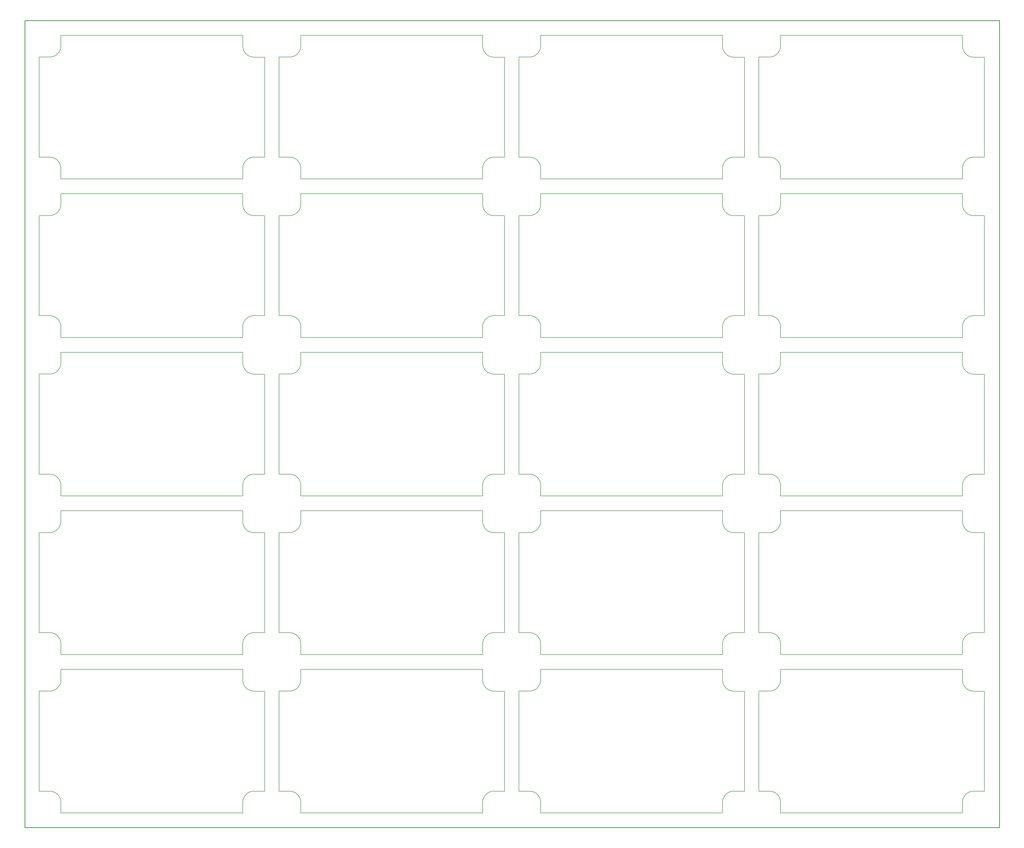
<source format=gko>
G04 Layer_Color=16711935*
%FSLAX24Y24*%
%MOIN*%
G70*
G01*
G75*
%ADD49C,0.0100*%
%ADD103C,0.0050*%
D49*
X10000Y10000D02*
X146100D01*
Y122750D01*
X10000D02*
X146100D01*
X10000Y10000D02*
Y122750D01*
D103*
X13476Y29053D02*
G03*
X15051Y30628I0J1575D01*
G01*
X40445Y30616D02*
G03*
X42020Y29042I1575J0D01*
G01*
Y15075D02*
G03*
X40445Y13500I0J-1575D01*
G01*
X15051D02*
G03*
X13476Y15075I-1575J0D01*
G01*
X12000D02*
Y29053D01*
X15051Y32104D02*
X40434D01*
X15051Y12024D02*
X40445D01*
X43496Y15075D02*
Y29042D01*
X15051Y30628D02*
Y32104D01*
X12000Y29053D02*
X13476D01*
X42020Y29042D02*
X43496D01*
X40445Y30616D02*
Y32093D01*
Y12024D02*
Y13500D01*
X42020Y15075D02*
X43496D01*
X15051Y12024D02*
Y13500D01*
X12000Y15075D02*
X13476D01*
X46976Y29053D02*
G03*
X48551Y30628I0J1575D01*
G01*
X73945Y30616D02*
G03*
X75520Y29042I1575J0D01*
G01*
Y15075D02*
G03*
X73945Y13500I0J-1575D01*
G01*
X48551D02*
G03*
X46976Y15075I-1575J0D01*
G01*
X45500D02*
Y29053D01*
X48551Y32104D02*
X73934D01*
X48551Y12024D02*
X73945D01*
X76996Y15075D02*
Y29042D01*
X48551Y30628D02*
Y32104D01*
X45500Y29053D02*
X46976D01*
X75520Y29042D02*
X76996D01*
X73945Y30616D02*
Y32093D01*
Y12024D02*
Y13500D01*
X75520Y15075D02*
X76996D01*
X48551Y12024D02*
Y13500D01*
X45500Y15075D02*
X46976D01*
X80476Y29053D02*
G03*
X82051Y30628I0J1575D01*
G01*
X107445Y30616D02*
G03*
X109020Y29042I1575J0D01*
G01*
Y15075D02*
G03*
X107445Y13500I0J-1575D01*
G01*
X82051D02*
G03*
X80476Y15075I-1575J0D01*
G01*
X79000D02*
Y29053D01*
X82051Y32104D02*
X107434D01*
X82051Y12024D02*
X107445D01*
X110496Y15075D02*
Y29042D01*
X82051Y30628D02*
Y32104D01*
X79000Y29053D02*
X80476D01*
X109020Y29042D02*
X110496D01*
X107445Y30616D02*
Y32093D01*
Y12024D02*
Y13500D01*
X109020Y15075D02*
X110496D01*
X82051Y12024D02*
Y13500D01*
X79000Y15075D02*
X80476D01*
X113976Y29053D02*
G03*
X115551Y30628I0J1575D01*
G01*
X140945Y30616D02*
G03*
X142520Y29042I1575J0D01*
G01*
Y15075D02*
G03*
X140945Y13500I0J-1575D01*
G01*
X115551D02*
G03*
X113976Y15075I-1575J0D01*
G01*
X112500D02*
Y29053D01*
X115551Y32104D02*
X140934D01*
X115551Y12024D02*
X140945D01*
X143996Y15075D02*
Y29042D01*
X115551Y30628D02*
Y32104D01*
X112500Y29053D02*
X113976D01*
X142520Y29042D02*
X143996D01*
X140945Y30616D02*
Y32093D01*
Y12024D02*
Y13500D01*
X142520Y15075D02*
X143996D01*
X115551Y12024D02*
Y13500D01*
X112500Y15075D02*
X113976D01*
X13476Y51203D02*
G03*
X15051Y52778I0J1575D01*
G01*
X40445Y52766D02*
G03*
X42020Y51192I1575J0D01*
G01*
Y37225D02*
G03*
X40445Y35650I0J-1575D01*
G01*
X15051D02*
G03*
X13476Y37225I-1575J0D01*
G01*
X12000D02*
Y51203D01*
X15051Y54254D02*
X40434D01*
X15051Y34174D02*
X40445D01*
X43496Y37225D02*
Y51192D01*
X15051Y52778D02*
Y54254D01*
X12000Y51203D02*
X13476D01*
X42020Y51192D02*
X43496D01*
X40445Y52766D02*
Y54243D01*
Y34174D02*
Y35650D01*
X42020Y37225D02*
X43496D01*
X15051Y34174D02*
Y35650D01*
X12000Y37225D02*
X13476D01*
X46976Y51203D02*
G03*
X48551Y52778I0J1575D01*
G01*
X73945Y52766D02*
G03*
X75520Y51192I1575J0D01*
G01*
Y37225D02*
G03*
X73945Y35650I0J-1575D01*
G01*
X48551D02*
G03*
X46976Y37225I-1575J0D01*
G01*
X45500D02*
Y51203D01*
X48551Y54254D02*
X73934D01*
X48551Y34174D02*
X73945D01*
X76996Y37225D02*
Y51192D01*
X48551Y52778D02*
Y54254D01*
X45500Y51203D02*
X46976D01*
X75520Y51192D02*
X76996D01*
X73945Y52766D02*
Y54243D01*
Y34174D02*
Y35650D01*
X75520Y37225D02*
X76996D01*
X48551Y34174D02*
Y35650D01*
X45500Y37225D02*
X46976D01*
X80476Y51203D02*
G03*
X82051Y52778I0J1575D01*
G01*
X107445Y52766D02*
G03*
X109020Y51192I1575J0D01*
G01*
Y37225D02*
G03*
X107445Y35650I0J-1575D01*
G01*
X82051D02*
G03*
X80476Y37225I-1575J0D01*
G01*
X79000D02*
Y51203D01*
X82051Y54254D02*
X107434D01*
X82051Y34174D02*
X107445D01*
X110496Y37225D02*
Y51192D01*
X82051Y52778D02*
Y54254D01*
X79000Y51203D02*
X80476D01*
X109020Y51192D02*
X110496D01*
X107445Y52766D02*
Y54243D01*
Y34174D02*
Y35650D01*
X109020Y37225D02*
X110496D01*
X82051Y34174D02*
Y35650D01*
X79000Y37225D02*
X80476D01*
X113976Y51203D02*
G03*
X115551Y52778I0J1575D01*
G01*
X140945Y52766D02*
G03*
X142520Y51192I1575J0D01*
G01*
Y37225D02*
G03*
X140945Y35650I0J-1575D01*
G01*
X115551D02*
G03*
X113976Y37225I-1575J0D01*
G01*
X112500D02*
Y51203D01*
X115551Y54254D02*
X140934D01*
X115551Y34174D02*
X140945D01*
X143996Y37225D02*
Y51192D01*
X115551Y52778D02*
Y54254D01*
X112500Y51203D02*
X113976D01*
X142520Y51192D02*
X143996D01*
X140945Y52766D02*
Y54243D01*
Y34174D02*
Y35650D01*
X142520Y37225D02*
X143996D01*
X115551Y34174D02*
Y35650D01*
X112500Y37225D02*
X113976D01*
X13476Y73353D02*
G03*
X15051Y74928I0J1575D01*
G01*
X40445Y74916D02*
G03*
X42020Y73342I1575J0D01*
G01*
Y59375D02*
G03*
X40445Y57800I0J-1575D01*
G01*
X15051D02*
G03*
X13476Y59375I-1575J0D01*
G01*
X12000D02*
Y73353D01*
X15051Y76404D02*
X40434D01*
X15051Y56324D02*
X40445D01*
X43496Y59375D02*
Y73342D01*
X15051Y74928D02*
Y76404D01*
X12000Y73353D02*
X13476D01*
X42020Y73342D02*
X43496D01*
X40445Y74916D02*
Y76393D01*
Y56324D02*
Y57800D01*
X42020Y59375D02*
X43496D01*
X15051Y56324D02*
Y57800D01*
X12000Y59375D02*
X13476D01*
X46976Y73353D02*
G03*
X48551Y74928I0J1575D01*
G01*
X73945Y74916D02*
G03*
X75520Y73342I1575J0D01*
G01*
Y59375D02*
G03*
X73945Y57800I0J-1575D01*
G01*
X48551D02*
G03*
X46976Y59375I-1575J0D01*
G01*
X45500D02*
Y73353D01*
X48551Y76404D02*
X73934D01*
X48551Y56324D02*
X73945D01*
X76996Y59375D02*
Y73342D01*
X48551Y74928D02*
Y76404D01*
X45500Y73353D02*
X46976D01*
X75520Y73342D02*
X76996D01*
X73945Y74916D02*
Y76393D01*
Y56324D02*
Y57800D01*
X75520Y59375D02*
X76996D01*
X48551Y56324D02*
Y57800D01*
X45500Y59375D02*
X46976D01*
X80476Y73353D02*
G03*
X82051Y74928I0J1575D01*
G01*
X107445Y74916D02*
G03*
X109020Y73342I1575J0D01*
G01*
Y59375D02*
G03*
X107445Y57800I0J-1575D01*
G01*
X82051D02*
G03*
X80476Y59375I-1575J0D01*
G01*
X79000D02*
Y73353D01*
X82051Y76404D02*
X107434D01*
X82051Y56324D02*
X107445D01*
X110496Y59375D02*
Y73342D01*
X82051Y74928D02*
Y76404D01*
X79000Y73353D02*
X80476D01*
X109020Y73342D02*
X110496D01*
X107445Y74916D02*
Y76393D01*
Y56324D02*
Y57800D01*
X109020Y59375D02*
X110496D01*
X82051Y56324D02*
Y57800D01*
X79000Y59375D02*
X80476D01*
X113976Y73353D02*
G03*
X115551Y74928I0J1575D01*
G01*
X140945Y74916D02*
G03*
X142520Y73342I1575J0D01*
G01*
Y59375D02*
G03*
X140945Y57800I0J-1575D01*
G01*
X115551D02*
G03*
X113976Y59375I-1575J0D01*
G01*
X112500D02*
Y73353D01*
X115551Y76404D02*
X140934D01*
X115551Y56324D02*
X140945D01*
X143996Y59375D02*
Y73342D01*
X115551Y74928D02*
Y76404D01*
X112500Y73353D02*
X113976D01*
X142520Y73342D02*
X143996D01*
X140945Y74916D02*
Y76393D01*
Y56324D02*
Y57800D01*
X142520Y59375D02*
X143996D01*
X115551Y56324D02*
Y57800D01*
X112500Y59375D02*
X113976D01*
X13476Y95503D02*
G03*
X15051Y97078I0J1575D01*
G01*
X40445Y97066D02*
G03*
X42020Y95492I1575J0D01*
G01*
Y81525D02*
G03*
X40445Y79950I0J-1575D01*
G01*
X15051D02*
G03*
X13476Y81525I-1575J0D01*
G01*
X12000D02*
Y95503D01*
X15051Y98554D02*
X40434D01*
X15051Y78474D02*
X40445D01*
X43496Y81525D02*
Y95492D01*
X15051Y97078D02*
Y98554D01*
X12000Y95503D02*
X13476D01*
X42020Y95492D02*
X43496D01*
X40445Y97066D02*
Y98543D01*
Y78474D02*
Y79950D01*
X42020Y81525D02*
X43496D01*
X15051Y78474D02*
Y79950D01*
X12000Y81525D02*
X13476D01*
X46976Y95503D02*
G03*
X48551Y97078I0J1575D01*
G01*
X73945Y97066D02*
G03*
X75520Y95492I1575J0D01*
G01*
Y81525D02*
G03*
X73945Y79950I0J-1575D01*
G01*
X48551D02*
G03*
X46976Y81525I-1575J0D01*
G01*
X45500D02*
Y95503D01*
X48551Y98554D02*
X73934D01*
X48551Y78474D02*
X73945D01*
X76996Y81525D02*
Y95492D01*
X48551Y97078D02*
Y98554D01*
X45500Y95503D02*
X46976D01*
X75520Y95492D02*
X76996D01*
X73945Y97066D02*
Y98543D01*
Y78474D02*
Y79950D01*
X75520Y81525D02*
X76996D01*
X48551Y78474D02*
Y79950D01*
X45500Y81525D02*
X46976D01*
X80476Y95503D02*
G03*
X82051Y97078I0J1575D01*
G01*
X107445Y97066D02*
G03*
X109020Y95492I1575J0D01*
G01*
Y81525D02*
G03*
X107445Y79950I0J-1575D01*
G01*
X82051D02*
G03*
X80476Y81525I-1575J0D01*
G01*
X79000D02*
Y95503D01*
X82051Y98554D02*
X107434D01*
X82051Y78474D02*
X107445D01*
X110496Y81525D02*
Y95492D01*
X82051Y97078D02*
Y98554D01*
X79000Y95503D02*
X80476D01*
X109020Y95492D02*
X110496D01*
X107445Y97066D02*
Y98543D01*
Y78474D02*
Y79950D01*
X109020Y81525D02*
X110496D01*
X82051Y78474D02*
Y79950D01*
X79000Y81525D02*
X80476D01*
X113976Y95503D02*
G03*
X115551Y97078I0J1575D01*
G01*
X140945Y97066D02*
G03*
X142520Y95492I1575J0D01*
G01*
Y81525D02*
G03*
X140945Y79950I0J-1575D01*
G01*
X115551D02*
G03*
X113976Y81525I-1575J0D01*
G01*
X112500D02*
Y95503D01*
X115551Y98554D02*
X140934D01*
X115551Y78474D02*
X140945D01*
X143996Y81525D02*
Y95492D01*
X115551Y97078D02*
Y98554D01*
X112500Y95503D02*
X113976D01*
X142520Y95492D02*
X143996D01*
X140945Y97066D02*
Y98543D01*
Y78474D02*
Y79950D01*
X142520Y81525D02*
X143996D01*
X115551Y78474D02*
Y79950D01*
X112500Y81525D02*
X113976D01*
X13476Y117653D02*
G03*
X15051Y119228I0J1575D01*
G01*
X40445Y119216D02*
G03*
X42020Y117642I1575J0D01*
G01*
Y103675D02*
G03*
X40445Y102100I0J-1575D01*
G01*
X15051D02*
G03*
X13476Y103675I-1575J0D01*
G01*
X12000D02*
Y117653D01*
X15051Y120704D02*
X40434D01*
X15051Y100624D02*
X40445D01*
X43496Y103675D02*
Y117642D01*
X15051Y119228D02*
Y120704D01*
X12000Y117653D02*
X13476D01*
X42020Y117642D02*
X43496D01*
X40445Y119216D02*
Y120693D01*
Y100624D02*
Y102100D01*
X42020Y103675D02*
X43496D01*
X15051Y100624D02*
Y102100D01*
X12000Y103675D02*
X13476D01*
X46976Y117653D02*
G03*
X48551Y119228I0J1575D01*
G01*
X73945Y119216D02*
G03*
X75520Y117642I1575J0D01*
G01*
Y103675D02*
G03*
X73945Y102100I0J-1575D01*
G01*
X48551D02*
G03*
X46976Y103675I-1575J0D01*
G01*
X45500D02*
Y117653D01*
X48551Y120704D02*
X73934D01*
X48551Y100624D02*
X73945D01*
X76996Y103675D02*
Y117642D01*
X48551Y119228D02*
Y120704D01*
X45500Y117653D02*
X46976D01*
X75520Y117642D02*
X76996D01*
X73945Y119216D02*
Y120693D01*
Y100624D02*
Y102100D01*
X75520Y103675D02*
X76996D01*
X48551Y100624D02*
Y102100D01*
X45500Y103675D02*
X46976D01*
X80476Y117653D02*
G03*
X82051Y119228I0J1575D01*
G01*
X107445Y119216D02*
G03*
X109020Y117642I1575J0D01*
G01*
Y103675D02*
G03*
X107445Y102100I0J-1575D01*
G01*
X82051D02*
G03*
X80476Y103675I-1575J0D01*
G01*
X79000D02*
Y117653D01*
X82051Y120704D02*
X107434D01*
X82051Y100624D02*
X107445D01*
X110496Y103675D02*
Y117642D01*
X82051Y119228D02*
Y120704D01*
X79000Y117653D02*
X80476D01*
X109020Y117642D02*
X110496D01*
X107445Y119216D02*
Y120693D01*
Y100624D02*
Y102100D01*
X109020Y103675D02*
X110496D01*
X82051Y100624D02*
Y102100D01*
X79000Y103675D02*
X80476D01*
X113976Y117653D02*
G03*
X115551Y119228I0J1575D01*
G01*
X140945Y119216D02*
G03*
X142520Y117642I1575J0D01*
G01*
Y103675D02*
G03*
X140945Y102100I0J-1575D01*
G01*
X115551D02*
G03*
X113976Y103675I-1575J0D01*
G01*
X112500D02*
Y117653D01*
X115551Y120704D02*
X140934D01*
X115551Y100624D02*
X140945D01*
X143996Y103675D02*
Y117642D01*
X115551Y119228D02*
Y120704D01*
X112500Y117653D02*
X113976D01*
X142520Y117642D02*
X143996D01*
X140945Y119216D02*
Y120693D01*
Y100624D02*
Y102100D01*
X142520Y103675D02*
X143996D01*
X115551Y100624D02*
Y102100D01*
X112500Y103675D02*
X113976D01*
M02*

</source>
